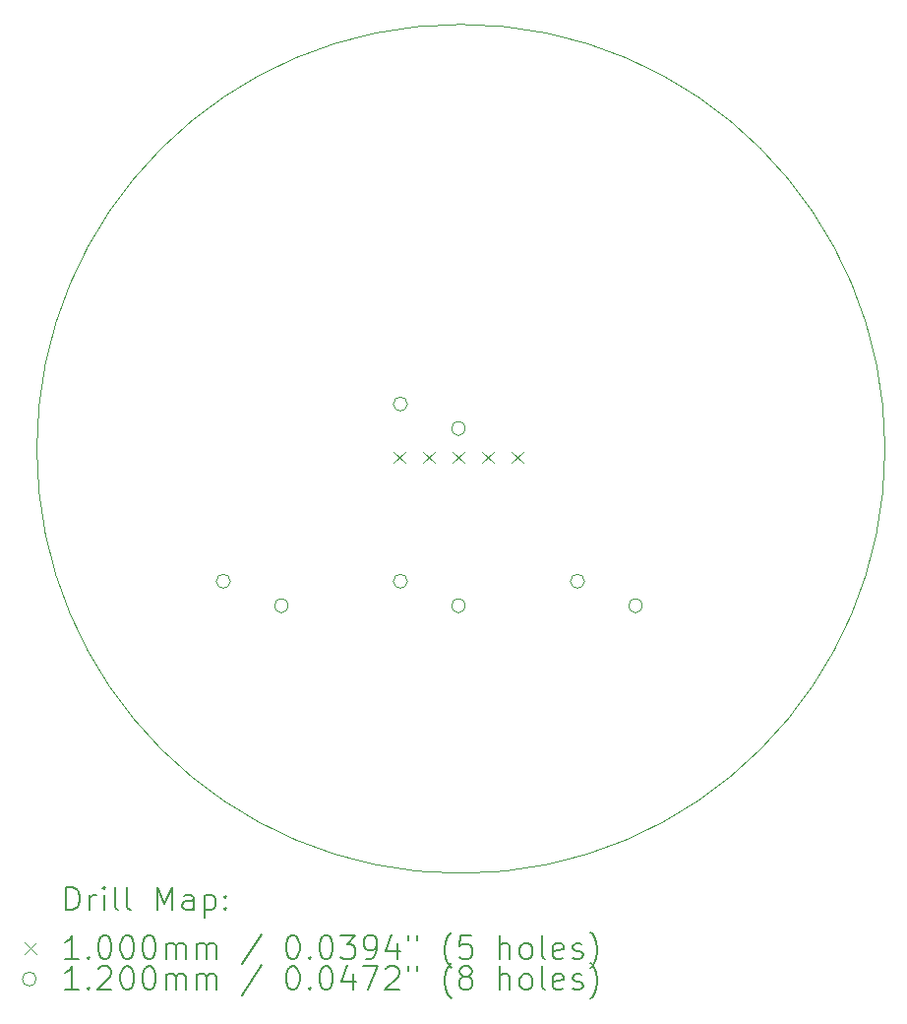
<source format=gbr>
%FSLAX45Y45*%
G04 Gerber Fmt 4.5, Leading zero omitted, Abs format (unit mm)*
G04 Created by KiCad (PCBNEW (6.0.4)) date 2022-05-01 19:10:59*
%MOMM*%
%LPD*%
G01*
G04 APERTURE LIST*
%TA.AperFunction,Profile*%
%ADD10C,0.100000*%
%TD*%
%ADD11C,0.200000*%
%ADD12C,0.100000*%
%ADD13C,0.120000*%
G04 APERTURE END LIST*
D10*
X18911029Y-9909781D02*
G75*
G03*
X18911029Y-9909781I-3650000J0D01*
G01*
D11*
D12*
X14682000Y-9932200D02*
X14782000Y-10032200D01*
X14782000Y-9932200D02*
X14682000Y-10032200D01*
X14936000Y-9932200D02*
X15036000Y-10032200D01*
X15036000Y-9932200D02*
X14936000Y-10032200D01*
X15190000Y-9932200D02*
X15290000Y-10032200D01*
X15290000Y-9932200D02*
X15190000Y-10032200D01*
X15444000Y-9932200D02*
X15544000Y-10032200D01*
X15544000Y-9932200D02*
X15444000Y-10032200D01*
X15698000Y-9932200D02*
X15798000Y-10032200D01*
X15798000Y-9932200D02*
X15698000Y-10032200D01*
D13*
X13276000Y-11048000D02*
G75*
G03*
X13276000Y-11048000I-60000J0D01*
G01*
X13776000Y-11258000D02*
G75*
G03*
X13776000Y-11258000I-60000J0D01*
G01*
X14800000Y-9524000D02*
G75*
G03*
X14800000Y-9524000I-60000J0D01*
G01*
X14800000Y-11048000D02*
G75*
G03*
X14800000Y-11048000I-60000J0D01*
G01*
X15300000Y-9734000D02*
G75*
G03*
X15300000Y-9734000I-60000J0D01*
G01*
X15300000Y-11258000D02*
G75*
G03*
X15300000Y-11258000I-60000J0D01*
G01*
X16324000Y-11048000D02*
G75*
G03*
X16324000Y-11048000I-60000J0D01*
G01*
X16824000Y-11258000D02*
G75*
G03*
X16824000Y-11258000I-60000J0D01*
G01*
D11*
X11863648Y-13875257D02*
X11863648Y-13675257D01*
X11911267Y-13675257D01*
X11939839Y-13684781D01*
X11958886Y-13703829D01*
X11968410Y-13722877D01*
X11977934Y-13760972D01*
X11977934Y-13789543D01*
X11968410Y-13827638D01*
X11958886Y-13846686D01*
X11939839Y-13865734D01*
X11911267Y-13875257D01*
X11863648Y-13875257D01*
X12063648Y-13875257D02*
X12063648Y-13741924D01*
X12063648Y-13780019D02*
X12073172Y-13760972D01*
X12082696Y-13751448D01*
X12101744Y-13741924D01*
X12120791Y-13741924D01*
X12187458Y-13875257D02*
X12187458Y-13741924D01*
X12187458Y-13675257D02*
X12177934Y-13684781D01*
X12187458Y-13694305D01*
X12196982Y-13684781D01*
X12187458Y-13675257D01*
X12187458Y-13694305D01*
X12311267Y-13875257D02*
X12292220Y-13865734D01*
X12282696Y-13846686D01*
X12282696Y-13675257D01*
X12416029Y-13875257D02*
X12396982Y-13865734D01*
X12387458Y-13846686D01*
X12387458Y-13675257D01*
X12644601Y-13875257D02*
X12644601Y-13675257D01*
X12711267Y-13818115D01*
X12777934Y-13675257D01*
X12777934Y-13875257D01*
X12958886Y-13875257D02*
X12958886Y-13770496D01*
X12949363Y-13751448D01*
X12930315Y-13741924D01*
X12892220Y-13741924D01*
X12873172Y-13751448D01*
X12958886Y-13865734D02*
X12939839Y-13875257D01*
X12892220Y-13875257D01*
X12873172Y-13865734D01*
X12863648Y-13846686D01*
X12863648Y-13827638D01*
X12873172Y-13808591D01*
X12892220Y-13799067D01*
X12939839Y-13799067D01*
X12958886Y-13789543D01*
X13054125Y-13741924D02*
X13054125Y-13941924D01*
X13054125Y-13751448D02*
X13073172Y-13741924D01*
X13111267Y-13741924D01*
X13130315Y-13751448D01*
X13139839Y-13760972D01*
X13149363Y-13780019D01*
X13149363Y-13837162D01*
X13139839Y-13856210D01*
X13130315Y-13865734D01*
X13111267Y-13875257D01*
X13073172Y-13875257D01*
X13054125Y-13865734D01*
X13235077Y-13856210D02*
X13244601Y-13865734D01*
X13235077Y-13875257D01*
X13225553Y-13865734D01*
X13235077Y-13856210D01*
X13235077Y-13875257D01*
X13235077Y-13751448D02*
X13244601Y-13760972D01*
X13235077Y-13770496D01*
X13225553Y-13760972D01*
X13235077Y-13751448D01*
X13235077Y-13770496D01*
D12*
X11506029Y-14154781D02*
X11606029Y-14254781D01*
X11606029Y-14154781D02*
X11506029Y-14254781D01*
D11*
X11968410Y-14295257D02*
X11854125Y-14295257D01*
X11911267Y-14295257D02*
X11911267Y-14095257D01*
X11892220Y-14123829D01*
X11873172Y-14142877D01*
X11854125Y-14152400D01*
X12054125Y-14276210D02*
X12063648Y-14285734D01*
X12054125Y-14295257D01*
X12044601Y-14285734D01*
X12054125Y-14276210D01*
X12054125Y-14295257D01*
X12187458Y-14095257D02*
X12206505Y-14095257D01*
X12225553Y-14104781D01*
X12235077Y-14114305D01*
X12244601Y-14133353D01*
X12254125Y-14171448D01*
X12254125Y-14219067D01*
X12244601Y-14257162D01*
X12235077Y-14276210D01*
X12225553Y-14285734D01*
X12206505Y-14295257D01*
X12187458Y-14295257D01*
X12168410Y-14285734D01*
X12158886Y-14276210D01*
X12149363Y-14257162D01*
X12139839Y-14219067D01*
X12139839Y-14171448D01*
X12149363Y-14133353D01*
X12158886Y-14114305D01*
X12168410Y-14104781D01*
X12187458Y-14095257D01*
X12377934Y-14095257D02*
X12396982Y-14095257D01*
X12416029Y-14104781D01*
X12425553Y-14114305D01*
X12435077Y-14133353D01*
X12444601Y-14171448D01*
X12444601Y-14219067D01*
X12435077Y-14257162D01*
X12425553Y-14276210D01*
X12416029Y-14285734D01*
X12396982Y-14295257D01*
X12377934Y-14295257D01*
X12358886Y-14285734D01*
X12349363Y-14276210D01*
X12339839Y-14257162D01*
X12330315Y-14219067D01*
X12330315Y-14171448D01*
X12339839Y-14133353D01*
X12349363Y-14114305D01*
X12358886Y-14104781D01*
X12377934Y-14095257D01*
X12568410Y-14095257D02*
X12587458Y-14095257D01*
X12606505Y-14104781D01*
X12616029Y-14114305D01*
X12625553Y-14133353D01*
X12635077Y-14171448D01*
X12635077Y-14219067D01*
X12625553Y-14257162D01*
X12616029Y-14276210D01*
X12606505Y-14285734D01*
X12587458Y-14295257D01*
X12568410Y-14295257D01*
X12549363Y-14285734D01*
X12539839Y-14276210D01*
X12530315Y-14257162D01*
X12520791Y-14219067D01*
X12520791Y-14171448D01*
X12530315Y-14133353D01*
X12539839Y-14114305D01*
X12549363Y-14104781D01*
X12568410Y-14095257D01*
X12720791Y-14295257D02*
X12720791Y-14161924D01*
X12720791Y-14180972D02*
X12730315Y-14171448D01*
X12749363Y-14161924D01*
X12777934Y-14161924D01*
X12796982Y-14171448D01*
X12806505Y-14190496D01*
X12806505Y-14295257D01*
X12806505Y-14190496D02*
X12816029Y-14171448D01*
X12835077Y-14161924D01*
X12863648Y-14161924D01*
X12882696Y-14171448D01*
X12892220Y-14190496D01*
X12892220Y-14295257D01*
X12987458Y-14295257D02*
X12987458Y-14161924D01*
X12987458Y-14180972D02*
X12996982Y-14171448D01*
X13016029Y-14161924D01*
X13044601Y-14161924D01*
X13063648Y-14171448D01*
X13073172Y-14190496D01*
X13073172Y-14295257D01*
X13073172Y-14190496D02*
X13082696Y-14171448D01*
X13101744Y-14161924D01*
X13130315Y-14161924D01*
X13149363Y-14171448D01*
X13158886Y-14190496D01*
X13158886Y-14295257D01*
X13549363Y-14085734D02*
X13377934Y-14342877D01*
X13806505Y-14095257D02*
X13825553Y-14095257D01*
X13844601Y-14104781D01*
X13854125Y-14114305D01*
X13863648Y-14133353D01*
X13873172Y-14171448D01*
X13873172Y-14219067D01*
X13863648Y-14257162D01*
X13854125Y-14276210D01*
X13844601Y-14285734D01*
X13825553Y-14295257D01*
X13806505Y-14295257D01*
X13787458Y-14285734D01*
X13777934Y-14276210D01*
X13768410Y-14257162D01*
X13758886Y-14219067D01*
X13758886Y-14171448D01*
X13768410Y-14133353D01*
X13777934Y-14114305D01*
X13787458Y-14104781D01*
X13806505Y-14095257D01*
X13958886Y-14276210D02*
X13968410Y-14285734D01*
X13958886Y-14295257D01*
X13949363Y-14285734D01*
X13958886Y-14276210D01*
X13958886Y-14295257D01*
X14092220Y-14095257D02*
X14111267Y-14095257D01*
X14130315Y-14104781D01*
X14139839Y-14114305D01*
X14149363Y-14133353D01*
X14158886Y-14171448D01*
X14158886Y-14219067D01*
X14149363Y-14257162D01*
X14139839Y-14276210D01*
X14130315Y-14285734D01*
X14111267Y-14295257D01*
X14092220Y-14295257D01*
X14073172Y-14285734D01*
X14063648Y-14276210D01*
X14054125Y-14257162D01*
X14044601Y-14219067D01*
X14044601Y-14171448D01*
X14054125Y-14133353D01*
X14063648Y-14114305D01*
X14073172Y-14104781D01*
X14092220Y-14095257D01*
X14225553Y-14095257D02*
X14349363Y-14095257D01*
X14282696Y-14171448D01*
X14311267Y-14171448D01*
X14330315Y-14180972D01*
X14339839Y-14190496D01*
X14349363Y-14209543D01*
X14349363Y-14257162D01*
X14339839Y-14276210D01*
X14330315Y-14285734D01*
X14311267Y-14295257D01*
X14254125Y-14295257D01*
X14235077Y-14285734D01*
X14225553Y-14276210D01*
X14444601Y-14295257D02*
X14482696Y-14295257D01*
X14501744Y-14285734D01*
X14511267Y-14276210D01*
X14530315Y-14247638D01*
X14539839Y-14209543D01*
X14539839Y-14133353D01*
X14530315Y-14114305D01*
X14520791Y-14104781D01*
X14501744Y-14095257D01*
X14463648Y-14095257D01*
X14444601Y-14104781D01*
X14435077Y-14114305D01*
X14425553Y-14133353D01*
X14425553Y-14180972D01*
X14435077Y-14200019D01*
X14444601Y-14209543D01*
X14463648Y-14219067D01*
X14501744Y-14219067D01*
X14520791Y-14209543D01*
X14530315Y-14200019D01*
X14539839Y-14180972D01*
X14711267Y-14161924D02*
X14711267Y-14295257D01*
X14663648Y-14085734D02*
X14616029Y-14228591D01*
X14739839Y-14228591D01*
X14806505Y-14095257D02*
X14806505Y-14133353D01*
X14882696Y-14095257D02*
X14882696Y-14133353D01*
X15177934Y-14371448D02*
X15168410Y-14361924D01*
X15149363Y-14333353D01*
X15139839Y-14314305D01*
X15130315Y-14285734D01*
X15120791Y-14238115D01*
X15120791Y-14200019D01*
X15130315Y-14152400D01*
X15139839Y-14123829D01*
X15149363Y-14104781D01*
X15168410Y-14076210D01*
X15177934Y-14066686D01*
X15349363Y-14095257D02*
X15254125Y-14095257D01*
X15244601Y-14190496D01*
X15254125Y-14180972D01*
X15273172Y-14171448D01*
X15320791Y-14171448D01*
X15339839Y-14180972D01*
X15349363Y-14190496D01*
X15358886Y-14209543D01*
X15358886Y-14257162D01*
X15349363Y-14276210D01*
X15339839Y-14285734D01*
X15320791Y-14295257D01*
X15273172Y-14295257D01*
X15254125Y-14285734D01*
X15244601Y-14276210D01*
X15596982Y-14295257D02*
X15596982Y-14095257D01*
X15682696Y-14295257D02*
X15682696Y-14190496D01*
X15673172Y-14171448D01*
X15654125Y-14161924D01*
X15625553Y-14161924D01*
X15606505Y-14171448D01*
X15596982Y-14180972D01*
X15806505Y-14295257D02*
X15787458Y-14285734D01*
X15777934Y-14276210D01*
X15768410Y-14257162D01*
X15768410Y-14200019D01*
X15777934Y-14180972D01*
X15787458Y-14171448D01*
X15806505Y-14161924D01*
X15835077Y-14161924D01*
X15854125Y-14171448D01*
X15863648Y-14180972D01*
X15873172Y-14200019D01*
X15873172Y-14257162D01*
X15863648Y-14276210D01*
X15854125Y-14285734D01*
X15835077Y-14295257D01*
X15806505Y-14295257D01*
X15987458Y-14295257D02*
X15968410Y-14285734D01*
X15958886Y-14266686D01*
X15958886Y-14095257D01*
X16139839Y-14285734D02*
X16120791Y-14295257D01*
X16082696Y-14295257D01*
X16063648Y-14285734D01*
X16054125Y-14266686D01*
X16054125Y-14190496D01*
X16063648Y-14171448D01*
X16082696Y-14161924D01*
X16120791Y-14161924D01*
X16139839Y-14171448D01*
X16149363Y-14190496D01*
X16149363Y-14209543D01*
X16054125Y-14228591D01*
X16225553Y-14285734D02*
X16244601Y-14295257D01*
X16282696Y-14295257D01*
X16301744Y-14285734D01*
X16311267Y-14266686D01*
X16311267Y-14257162D01*
X16301744Y-14238115D01*
X16282696Y-14228591D01*
X16254125Y-14228591D01*
X16235077Y-14219067D01*
X16225553Y-14200019D01*
X16225553Y-14190496D01*
X16235077Y-14171448D01*
X16254125Y-14161924D01*
X16282696Y-14161924D01*
X16301744Y-14171448D01*
X16377934Y-14371448D02*
X16387458Y-14361924D01*
X16406505Y-14333353D01*
X16416029Y-14314305D01*
X16425553Y-14285734D01*
X16435077Y-14238115D01*
X16435077Y-14200019D01*
X16425553Y-14152400D01*
X16416029Y-14123829D01*
X16406505Y-14104781D01*
X16387458Y-14076210D01*
X16377934Y-14066686D01*
D13*
X11606029Y-14468781D02*
G75*
G03*
X11606029Y-14468781I-60000J0D01*
G01*
D11*
X11968410Y-14559257D02*
X11854125Y-14559257D01*
X11911267Y-14559257D02*
X11911267Y-14359257D01*
X11892220Y-14387829D01*
X11873172Y-14406877D01*
X11854125Y-14416400D01*
X12054125Y-14540210D02*
X12063648Y-14549734D01*
X12054125Y-14559257D01*
X12044601Y-14549734D01*
X12054125Y-14540210D01*
X12054125Y-14559257D01*
X12139839Y-14378305D02*
X12149363Y-14368781D01*
X12168410Y-14359257D01*
X12216029Y-14359257D01*
X12235077Y-14368781D01*
X12244601Y-14378305D01*
X12254125Y-14397353D01*
X12254125Y-14416400D01*
X12244601Y-14444972D01*
X12130315Y-14559257D01*
X12254125Y-14559257D01*
X12377934Y-14359257D02*
X12396982Y-14359257D01*
X12416029Y-14368781D01*
X12425553Y-14378305D01*
X12435077Y-14397353D01*
X12444601Y-14435448D01*
X12444601Y-14483067D01*
X12435077Y-14521162D01*
X12425553Y-14540210D01*
X12416029Y-14549734D01*
X12396982Y-14559257D01*
X12377934Y-14559257D01*
X12358886Y-14549734D01*
X12349363Y-14540210D01*
X12339839Y-14521162D01*
X12330315Y-14483067D01*
X12330315Y-14435448D01*
X12339839Y-14397353D01*
X12349363Y-14378305D01*
X12358886Y-14368781D01*
X12377934Y-14359257D01*
X12568410Y-14359257D02*
X12587458Y-14359257D01*
X12606505Y-14368781D01*
X12616029Y-14378305D01*
X12625553Y-14397353D01*
X12635077Y-14435448D01*
X12635077Y-14483067D01*
X12625553Y-14521162D01*
X12616029Y-14540210D01*
X12606505Y-14549734D01*
X12587458Y-14559257D01*
X12568410Y-14559257D01*
X12549363Y-14549734D01*
X12539839Y-14540210D01*
X12530315Y-14521162D01*
X12520791Y-14483067D01*
X12520791Y-14435448D01*
X12530315Y-14397353D01*
X12539839Y-14378305D01*
X12549363Y-14368781D01*
X12568410Y-14359257D01*
X12720791Y-14559257D02*
X12720791Y-14425924D01*
X12720791Y-14444972D02*
X12730315Y-14435448D01*
X12749363Y-14425924D01*
X12777934Y-14425924D01*
X12796982Y-14435448D01*
X12806505Y-14454496D01*
X12806505Y-14559257D01*
X12806505Y-14454496D02*
X12816029Y-14435448D01*
X12835077Y-14425924D01*
X12863648Y-14425924D01*
X12882696Y-14435448D01*
X12892220Y-14454496D01*
X12892220Y-14559257D01*
X12987458Y-14559257D02*
X12987458Y-14425924D01*
X12987458Y-14444972D02*
X12996982Y-14435448D01*
X13016029Y-14425924D01*
X13044601Y-14425924D01*
X13063648Y-14435448D01*
X13073172Y-14454496D01*
X13073172Y-14559257D01*
X13073172Y-14454496D02*
X13082696Y-14435448D01*
X13101744Y-14425924D01*
X13130315Y-14425924D01*
X13149363Y-14435448D01*
X13158886Y-14454496D01*
X13158886Y-14559257D01*
X13549363Y-14349734D02*
X13377934Y-14606877D01*
X13806505Y-14359257D02*
X13825553Y-14359257D01*
X13844601Y-14368781D01*
X13854125Y-14378305D01*
X13863648Y-14397353D01*
X13873172Y-14435448D01*
X13873172Y-14483067D01*
X13863648Y-14521162D01*
X13854125Y-14540210D01*
X13844601Y-14549734D01*
X13825553Y-14559257D01*
X13806505Y-14559257D01*
X13787458Y-14549734D01*
X13777934Y-14540210D01*
X13768410Y-14521162D01*
X13758886Y-14483067D01*
X13758886Y-14435448D01*
X13768410Y-14397353D01*
X13777934Y-14378305D01*
X13787458Y-14368781D01*
X13806505Y-14359257D01*
X13958886Y-14540210D02*
X13968410Y-14549734D01*
X13958886Y-14559257D01*
X13949363Y-14549734D01*
X13958886Y-14540210D01*
X13958886Y-14559257D01*
X14092220Y-14359257D02*
X14111267Y-14359257D01*
X14130315Y-14368781D01*
X14139839Y-14378305D01*
X14149363Y-14397353D01*
X14158886Y-14435448D01*
X14158886Y-14483067D01*
X14149363Y-14521162D01*
X14139839Y-14540210D01*
X14130315Y-14549734D01*
X14111267Y-14559257D01*
X14092220Y-14559257D01*
X14073172Y-14549734D01*
X14063648Y-14540210D01*
X14054125Y-14521162D01*
X14044601Y-14483067D01*
X14044601Y-14435448D01*
X14054125Y-14397353D01*
X14063648Y-14378305D01*
X14073172Y-14368781D01*
X14092220Y-14359257D01*
X14330315Y-14425924D02*
X14330315Y-14559257D01*
X14282696Y-14349734D02*
X14235077Y-14492591D01*
X14358886Y-14492591D01*
X14416029Y-14359257D02*
X14549363Y-14359257D01*
X14463648Y-14559257D01*
X14616029Y-14378305D02*
X14625553Y-14368781D01*
X14644601Y-14359257D01*
X14692220Y-14359257D01*
X14711267Y-14368781D01*
X14720791Y-14378305D01*
X14730315Y-14397353D01*
X14730315Y-14416400D01*
X14720791Y-14444972D01*
X14606505Y-14559257D01*
X14730315Y-14559257D01*
X14806505Y-14359257D02*
X14806505Y-14397353D01*
X14882696Y-14359257D02*
X14882696Y-14397353D01*
X15177934Y-14635448D02*
X15168410Y-14625924D01*
X15149363Y-14597353D01*
X15139839Y-14578305D01*
X15130315Y-14549734D01*
X15120791Y-14502115D01*
X15120791Y-14464019D01*
X15130315Y-14416400D01*
X15139839Y-14387829D01*
X15149363Y-14368781D01*
X15168410Y-14340210D01*
X15177934Y-14330686D01*
X15282696Y-14444972D02*
X15263648Y-14435448D01*
X15254125Y-14425924D01*
X15244601Y-14406877D01*
X15244601Y-14397353D01*
X15254125Y-14378305D01*
X15263648Y-14368781D01*
X15282696Y-14359257D01*
X15320791Y-14359257D01*
X15339839Y-14368781D01*
X15349363Y-14378305D01*
X15358886Y-14397353D01*
X15358886Y-14406877D01*
X15349363Y-14425924D01*
X15339839Y-14435448D01*
X15320791Y-14444972D01*
X15282696Y-14444972D01*
X15263648Y-14454496D01*
X15254125Y-14464019D01*
X15244601Y-14483067D01*
X15244601Y-14521162D01*
X15254125Y-14540210D01*
X15263648Y-14549734D01*
X15282696Y-14559257D01*
X15320791Y-14559257D01*
X15339839Y-14549734D01*
X15349363Y-14540210D01*
X15358886Y-14521162D01*
X15358886Y-14483067D01*
X15349363Y-14464019D01*
X15339839Y-14454496D01*
X15320791Y-14444972D01*
X15596982Y-14559257D02*
X15596982Y-14359257D01*
X15682696Y-14559257D02*
X15682696Y-14454496D01*
X15673172Y-14435448D01*
X15654125Y-14425924D01*
X15625553Y-14425924D01*
X15606505Y-14435448D01*
X15596982Y-14444972D01*
X15806505Y-14559257D02*
X15787458Y-14549734D01*
X15777934Y-14540210D01*
X15768410Y-14521162D01*
X15768410Y-14464019D01*
X15777934Y-14444972D01*
X15787458Y-14435448D01*
X15806505Y-14425924D01*
X15835077Y-14425924D01*
X15854125Y-14435448D01*
X15863648Y-14444972D01*
X15873172Y-14464019D01*
X15873172Y-14521162D01*
X15863648Y-14540210D01*
X15854125Y-14549734D01*
X15835077Y-14559257D01*
X15806505Y-14559257D01*
X15987458Y-14559257D02*
X15968410Y-14549734D01*
X15958886Y-14530686D01*
X15958886Y-14359257D01*
X16139839Y-14549734D02*
X16120791Y-14559257D01*
X16082696Y-14559257D01*
X16063648Y-14549734D01*
X16054125Y-14530686D01*
X16054125Y-14454496D01*
X16063648Y-14435448D01*
X16082696Y-14425924D01*
X16120791Y-14425924D01*
X16139839Y-14435448D01*
X16149363Y-14454496D01*
X16149363Y-14473543D01*
X16054125Y-14492591D01*
X16225553Y-14549734D02*
X16244601Y-14559257D01*
X16282696Y-14559257D01*
X16301744Y-14549734D01*
X16311267Y-14530686D01*
X16311267Y-14521162D01*
X16301744Y-14502115D01*
X16282696Y-14492591D01*
X16254125Y-14492591D01*
X16235077Y-14483067D01*
X16225553Y-14464019D01*
X16225553Y-14454496D01*
X16235077Y-14435448D01*
X16254125Y-14425924D01*
X16282696Y-14425924D01*
X16301744Y-14435448D01*
X16377934Y-14635448D02*
X16387458Y-14625924D01*
X16406505Y-14597353D01*
X16416029Y-14578305D01*
X16425553Y-14549734D01*
X16435077Y-14502115D01*
X16435077Y-14464019D01*
X16425553Y-14416400D01*
X16416029Y-14387829D01*
X16406505Y-14368781D01*
X16387458Y-14340210D01*
X16377934Y-14330686D01*
M02*

</source>
